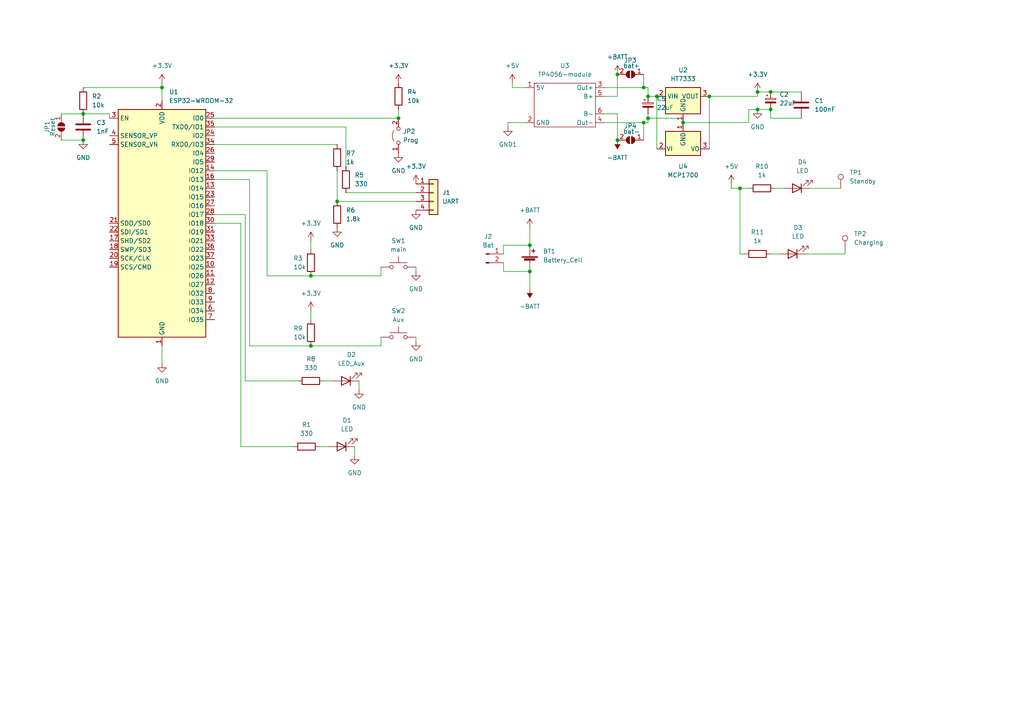
<source format=kicad_sch>
(kicad_sch (version 20211123) (generator eeschema)
  (paper "A4")
  (lib_symbols
    (symbol "Connector:Conn_01x02_Male" (pin_names (offset 1.016) hide)
      (property "Reference" "J" (at 0 2.54 0))
      (property "Value" "Conn_01x02_Male" (at 0 -5.08 0))
      (symbol "Conn_01x02_Male_1_1"
        (polyline (pts (xy 1.27 -2.54) (xy 0.8636 -2.54)) (stroke (width 0.1524)))
        (polyline (pts (xy 1.27 0) (xy 0.8636 0)) (stroke (width 0.1524)))
        (rectangle (start 0.8636 -2.413) (end 0 -2.667) (stroke (width 0.1524)) (fill (type outline)))
        (rectangle (start 0.8636 0.127) (end 0 -0.127) (stroke (width 0.1524)) (fill (type outline)))
        (pin passive line (at 5.08 0 180) (length 3.81) (name "Pin_1") (number "1"))
        (pin passive line (at 5.08 -2.54 180) (length 3.81) (name "Pin_2") (number "2"))
      )
    )
    (symbol "Connector:TestPoint" (pin_numbers hide) (pin_names (offset 0.762) hide)
      (property "Reference" "TP" (at 0 6.858 0))
      (property "Value" "TestPoint" (at 0 5.08 0))
      (symbol "TestPoint_0_1"
        (circle (center 0 3.302) (radius 0.762))
      )
      (symbol "TestPoint_1_1"
        (pin passive line (at 0 0 90) (length 2.54) (name "1") (number "1"))
      )
    )
    (symbol "Connector_Generic:Conn_01x04" (pin_names (offset 1.016) hide)
      (property "Reference" "J" (at 0 5.08 0))
      (property "Value" "Conn_01x04" (at 0 -7.62 0))
      (symbol "Conn_01x04_1_1"
        (rectangle (start -1.27 -4.953) (end 0 -5.207) (stroke (width 0.1524)))
        (rectangle (start -1.27 -2.413) (end 0 -2.667) (stroke (width 0.1524)))
        (rectangle (start -1.27 0.127) (end 0 -0.127) (stroke (width 0.1524)))
        (rectangle (start -1.27 2.667) (end 0 2.413) (stroke (width 0.1524)))
        (rectangle (start -1.27 3.81) (end 1.27 -6.35) (stroke (width 0.254)) (fill (type background)))
        (pin passive line (at -5.08 2.54 0) (length 3.81) (name "Pin_1") (number "1"))
        (pin passive line (at -5.08 0 0) (length 3.81) (name "Pin_2") (number "2"))
        (pin passive line (at -5.08 -2.54 0) (length 3.81) (name "Pin_3") (number "3"))
        (pin passive line (at -5.08 -5.08 0) (length 3.81) (name "Pin_4") (number "4"))
      )
    )
    (symbol "Device:Battery_Cell" (pin_numbers hide) (pin_names (offset 0) hide)
      (property "Reference" "BT" (at 2.54 2.54 0))
      (property "Value" "Battery_Cell" (at 2.54 0 0))
      (symbol "Battery_Cell_0_1"
        (rectangle (start -2.286 1.778) (end 2.286 1.524) (fill (type outline)))
        (rectangle (start -1.5748 1.1938) (end 1.4732 0.6858) (fill (type outline)))
        (polyline (pts (xy 0 0.762) (xy 0 0)))
        (polyline (pts (xy 0 1.778) (xy 0 2.54)))
        (polyline (pts (xy 0.508 3.429) (xy 1.524 3.429)) (stroke (width 0.254)))
        (polyline (pts (xy 1.016 3.937) (xy 1.016 2.921)) (stroke (width 0.254)))
      )
      (symbol "Battery_Cell_1_1"
        (pin passive line (at 0 5.08 270) (length 2.54) (name "+") (number "1"))
        (pin passive line (at 0 -2.54 90) (length 2.54) (name "-") (number "2"))
      )
    )
    (symbol "Device:C" (pin_numbers hide) (pin_names (offset 0.254))
      (property "Reference" "C" (at 0.635 2.54 0))
      (property "Value" "C" (at 0.635 -2.54 0))
      (symbol "C_0_1"
        (polyline (pts (xy -2.032 -0.762) (xy 2.032 -0.762)) (stroke (width 0.508)))
        (polyline (pts (xy -2.032 0.762) (xy 2.032 0.762)) (stroke (width 0.508)))
      )
      (symbol "C_1_1"
        (pin passive line (at 0 3.81 270) (length 2.794) (name "~") (number "1"))
        (pin passive line (at 0 -3.81 90) (length 2.794) (name "~") (number "2"))
      )
    )
    (symbol "Device:C_Polarized_Small" (pin_numbers hide) (pin_names (offset 0.254) hide)
      (property "Reference" "C" (at 0.254 1.778 0))
      (property "Value" "C_Polarized_Small" (at 0.254 -2.032 0))
      (symbol "C_Polarized_Small_0_1"
        (rectangle (start -1.524 -0.3048) (end 1.524 -0.6858) (fill (type outline)))
        (rectangle (start -1.524 0.6858) (end 1.524 0.3048))
        (polyline (pts (xy -1.27 1.524) (xy -0.762 1.524)))
        (polyline (pts (xy -1.016 1.27) (xy -1.016 1.778)))
      )
      (symbol "C_Polarized_Small_1_1"
        (pin passive line (at 0 2.54 270) (length 1.8542) (name "~") (number "1"))
        (pin passive line (at 0 -2.54 90) (length 1.8542) (name "~") (number "2"))
      )
    )
    (symbol "Device:LED" (pin_numbers hide) (pin_names (offset 1.016) hide)
      (property "Reference" "D" (at 0 2.54 0))
      (property "Value" "LED" (at 0 -2.54 0))
      (symbol "LED_0_1"
        (polyline (pts (xy -1.27 -1.27) (xy -1.27 1.27)) (stroke (width 0.254)))
        (polyline (pts (xy -1.27 0) (xy 1.27 0)))
        (polyline (pts (xy 1.27 -1.27) (xy 1.27 1.27) (xy -1.27 0) (xy 1.27 -1.27)) (stroke (width 0.254)))
        (polyline (pts (xy -3.048 -0.762) (xy -4.572 -2.286) (xy -3.81 -2.286) (xy -4.572 -2.286) (xy -4.572 -1.524)))
        (polyline (pts (xy -1.778 -0.762) (xy -3.302 -2.286) (xy -2.54 -2.286) (xy -3.302 -2.286) (xy -3.302 -1.524)))
      )
      (symbol "LED_1_1"
        (pin passive line (at -3.81 0 0) (length 2.54) (name "K") (number "1"))
        (pin passive line (at 3.81 0 180) (length 2.54) (name "A") (number "2"))
      )
    )
    (symbol "Device:R" (pin_numbers hide) (pin_names (offset 0))
      (property "Reference" "R" (at 2.032 0 90))
      (property "Value" "R" (at 0 0 90))
      (symbol "R_0_1"
        (rectangle (start -1.016 -2.54) (end 1.016 2.54) (stroke (width 0.254)))
      )
      (symbol "R_1_1"
        (pin passive line (at 0 3.81 270) (length 1.27) (name "~") (number "1"))
        (pin passive line (at 0 -3.81 90) (length 1.27) (name "~") (number "2"))
      )
    )
    (symbol "Jumper:Jumper_2_Open" (pin_names (offset 0) hide)
      (property "Reference" "JP" (at 0 2.794 0))
      (property "Value" "Jumper_2_Open" (at 0 -2.286 0))
      (symbol "Jumper_2_Open_0_0"
        (circle (center -2.032 0) (radius 0.508))
        (circle (center 2.032 0) (radius 0.508))
      )
      (symbol "Jumper_2_Open_0_1"
        (arc (start 1.524 1.27) (mid 0 1.778) (end -1.524 1.27))
      )
      (symbol "Jumper_2_Open_1_1"
        (pin passive line (at -5.08 0 0) (length 2.54) (name "A") (number "1"))
        (pin passive line (at 5.08 0 180) (length 2.54) (name "B") (number "2"))
      )
    )
    (symbol "Jumper:SolderJumper_2_Open" (pin_names (offset 0) hide)
      (property "Reference" "JP" (at 0 2.032 0))
      (property "Value" "SolderJumper_2_Open" (at 0 -2.54 0))
      (symbol "SolderJumper_2_Open_0_1"
        (arc (start -0.254 1.016) (mid -1.27 0) (end -0.254 -1.016))
        (arc (start -0.254 1.016) (mid -1.27 0) (end -0.254 -1.016) (fill (type outline)))
        (polyline (pts (xy -0.254 1.016) (xy -0.254 -1.016)))
        (polyline (pts (xy 0.254 1.016) (xy 0.254 -1.016)))
        (arc (start 0.254 -1.016) (mid 1.27 0) (end 0.254 1.016))
        (arc (start 0.254 -1.016) (mid 1.27 0) (end 0.254 1.016) (fill (type outline)))
      )
      (symbol "SolderJumper_2_Open_1_1"
        (pin passive line (at -3.81 0 0) (length 2.54) (name "A") (number "1"))
        (pin passive line (at 3.81 0 180) (length 2.54) (name "B") (number "2"))
      )
    )
    (symbol "RF_Module:ESP32-WROOM-32"
      (property "Reference" "U" (at -12.7 34.29 0))
      (property "Value" "ESP32-WROOM-32" (at 1.27 34.29 0))
      (symbol "ESP32-WROOM-32_0_1"
        (rectangle (start -12.7 33.02) (end 12.7 -33.02) (stroke (width 0.254)) (fill (type background)))
      )
      (symbol "ESP32-WROOM-32_1_1"
        (pin power_in line (at 0 -35.56 90) (length 2.54) (name "GND") (number "1"))
        (pin bidirectional line (at 15.24 -12.7 180) (length 2.54) (name "IO25") (number "10"))
        (pin bidirectional line (at 15.24 -15.24 180) (length 2.54) (name "IO26") (number "11"))
        (pin bidirectional line (at 15.24 -17.78 180) (length 2.54) (name "IO27") (number "12"))
        (pin bidirectional line (at 15.24 10.16 180) (length 2.54) (name "IO14") (number "13"))
        (pin bidirectional line (at 15.24 15.24 180) (length 2.54) (name "IO12") (number "14"))
        (pin passive line (at 0 -35.56 90) (length 2.54) hide (name "GND") (number "15"))
        (pin bidirectional line (at 15.24 12.7 180) (length 2.54) (name "IO13") (number "16"))
        (pin bidirectional line (at -15.24 -5.08 0) (length 2.54) (name "SHD/SD2") (number "17"))
        (pin bidirectional line (at -15.24 -7.62 0) (length 2.54) (name "SWP/SD3") (number "18"))
        (pin bidirectional line (at -15.24 -12.7 0) (length 2.54) (name "SCS/CMD") (number "19"))
        (pin power_in line (at 0 35.56 270) (length 2.54) (name "VDD") (number "2"))
        (pin bidirectional line (at -15.24 -10.16 0) (length 2.54) (name "SCK/CLK") (number "20"))
        (pin bidirectional line (at -15.24 0 0) (length 2.54) (name "SDO/SD0") (number "21"))
        (pin bidirectional line (at -15.24 -2.54 0) (length 2.54) (name "SDI/SD1") (number "22"))
        (pin bidirectional line (at 15.24 7.62 180) (length 2.54) (name "IO15") (number "23"))
        (pin bidirectional line (at 15.24 25.4 180) (length 2.54) (name "IO2") (number "24"))
        (pin bidirectional line (at 15.24 30.48 180) (length 2.54) (name "IO0") (number "25"))
        (pin bidirectional line (at 15.24 20.32 180) (length 2.54) (name "IO4") (number "26"))
        (pin bidirectional line (at 15.24 5.08 180) (length 2.54) (name "IO16") (number "27"))
        (pin bidirectional line (at 15.24 2.54 180) (length 2.54) (name "IO17") (number "28"))
        (pin bidirectional line (at 15.24 17.78 180) (length 2.54) (name "IO5") (number "29"))
        (pin input line (at -15.24 30.48 0) (length 2.54) (name "EN") (number "3"))
        (pin bidirectional line (at 15.24 0 180) (length 2.54) (name "IO18") (number "30"))
        (pin bidirectional line (at 15.24 -2.54 180) (length 2.54) (name "IO19") (number "31"))
        (pin no_connect line (at -12.7 -27.94 0) (length 2.54) hide (name "NC") (number "32"))
        (pin bidirectional line (at 15.24 -5.08 180) (length 2.54) (name "IO21") (number "33"))
        (pin bidirectional line (at 15.24 22.86 180) (length 2.54) (name "RXD0/IO3") (number "34"))
        (pin bidirectional line (at 15.24 27.94 180) (length 2.54) (name "TXD0/IO1") (number "35"))
        (pin bidirectional line (at 15.24 -7.62 180) (length 2.54) (name "IO22") (number "36"))
        (pin bidirectional line (at 15.24 -10.16 180) (length 2.54) (name "IO23") (number "37"))
        (pin passive line (at 0 -35.56 90) (length 2.54) hide (name "GND") (number "38"))
        (pin passive line (at 0 -35.56 90) (length 2.54) hide (name "GND") (number "39"))
        (pin input line (at -15.24 25.4 0) (length 2.54) (name "SENSOR_VP") (number "4"))
        (pin input line (at -15.24 22.86 0) (length 2.54) (name "SENSOR_VN") (number "5"))
        (pin input line (at 15.24 -25.4 180) (length 2.54) (name "IO34") (number "6"))
        (pin input line (at 15.24 -27.94 180) (length 2.54) (name "IO35") (number "7"))
        (pin bidirectional line (at 15.24 -20.32 180) (length 2.54) (name "IO32") (number "8"))
        (pin bidirectional line (at 15.24 -22.86 180) (length 2.54) (name "IO33") (number "9"))
      )
    )
    (symbol "Regulator_Linear:HT75xx-1-SOT89"
      (property "Reference" "U" (at -5.08 -3.81 0))
      (property "Value" "HT75xx-1-SOT89" (at 0 6.35 0))
      (symbol "HT75xx-1-SOT89_0_1"
        (rectangle (start -5.08 5.08) (end 5.08 -2.54) (stroke (width 0.254)) (fill (type background)))
      )
      (symbol "HT75xx-1-SOT89_1_1"
        (pin power_in line (at 0 -5.08 90) (length 2.54) (name "GND") (number "1"))
        (pin power_in line (at -7.62 2.54 0) (length 2.54) (name "VIN") (number "2"))
        (pin power_out line (at 7.62 2.54 180) (length 2.54) (name "VOUT") (number "3"))
      )
    )
    (symbol "Regulator_Linear:MCP1700-3302E_TO92" (pin_names (offset 0.254))
      (property "Reference" "U" (at -3.81 -3.175 0))
      (property "Value" "MCP1700-3302E_TO92" (at 0 -3.175 0))
      (symbol "MCP1700-3302E_TO92_0_1"
        (rectangle (start -5.08 5.08) (end 5.08 -1.905) (stroke (width 0.254)) (fill (type background)))
      )
      (symbol "MCP1700-3302E_TO92_1_1"
        (pin power_in line (at 0 7.62 270) (length 2.54) (name "GND") (number "1"))
        (pin power_in line (at -7.62 0 0) (length 2.54) (name "VI") (number "2"))
        (pin power_out line (at 7.62 0 180) (length 2.54) (name "VO") (number "3"))
      )
    )
    (symbol "Switch:SW_Push" (pin_numbers hide) (pin_names (offset 1.016) hide)
      (property "Reference" "SW" (at 1.27 2.54 0))
      (property "Value" "SW_Push" (at 0 -1.524 0))
      (symbol "SW_Push_0_1"
        (circle (center -2.032 0) (radius 0.508))
        (polyline (pts (xy 0 1.27) (xy 0 3.048)))
        (polyline (pts (xy 2.54 1.27) (xy -2.54 1.27)))
        (circle (center 2.032 0) (radius 0.508))
        (pin passive line (at -5.08 0 0) (length 2.54) (name "1") (number "1"))
        (pin passive line (at 5.08 0 180) (length 2.54) (name "2") (number "2"))
      )
    )
    (symbol "TP4056:TP4056-module"
      (property "Reference" "U" (at -0.0092 -1.5135 0))
      (property "Value" "TP4056-module" (at 0 0 0))
      (symbol "TP4056-module_0_1"
        (rectangle (start -8.89 -2.54) (end 8.89 -15.24))
      )
      (symbol "TP4056-module_1_1"
        (pin input line (at -11.43 -3.81 0) (length 2.54) (name "5V") (number "1"))
        (pin input line (at -11.43 -13.97 0) (length 2.54) (name "GND") (number "2"))
        (pin output line (at 11.43 -3.81 180) (length 2.54) (name "Out+") (number "3"))
        (pin output line (at 11.43 -13.97 180) (length 2.54) (name "Out-") (number "4"))
        (pin input line (at 11.43 -6.35 180) (length 2.54) (name "B+") (number "5"))
        (pin input line (at 11.43 -11.43 180) (length 2.54) (name "B-") (number "6"))
      )
    )
    (symbol "power:+3.3V" (power) (pin_names (offset 0))
      (property "Value" "+3.3V" (at 0 3.556 0))
      (symbol "+3.3V_0_1"
        (polyline (pts (xy -0.762 1.27) (xy 0 2.54)))
        (polyline (pts (xy 0 0) (xy 0 2.54)))
        (polyline (pts (xy 0 2.54) (xy 0.762 1.27)))
      )
      (symbol "+3.3V_1_1"
        (pin power_in line (at 0 0 90) (length 0) hide (name "+3.3V") (number "1"))
      )
    )
    (symbol "power:+5V" (power) (pin_names (offset 0))
      (property "Value" "+5V" (at 0 3.556 0))
      (symbol "+5V_0_1"
        (polyline (pts (xy -0.762 1.27) (xy 0 2.54)))
        (polyline (pts (xy 0 0) (xy 0 2.54)))
        (polyline (pts (xy 0 2.54) (xy 0.762 1.27)))
      )
      (symbol "+5V_1_1"
        (pin power_in line (at 0 0 90) (length 0) hide (name "+5V") (number "1"))
      )
    )
    (symbol "power:+BATT" (power) (pin_names (offset 0))
      (property "Value" "+BATT" (at 0 3.556 0))
      (symbol "+BATT_0_1"
        (polyline (pts (xy -0.762 1.27) (xy 0 2.54)))
        (polyline (pts (xy 0 0) (xy 0 2.54)))
        (polyline (pts (xy 0 2.54) (xy 0.762 1.27)))
      )
      (symbol "+BATT_1_1"
        (pin power_in line (at 0 0 90) (length 0) hide (name "+BATT") (number "1"))
      )
    )
    (symbol "power:-BATT" (power) (pin_names (offset 0))
      (property "Value" "-BATT" (at 0 3.556 0))
      (symbol "-BATT_0_1"
        (polyline (pts (xy 0 0) (xy 0 2.54)))
        (polyline (pts (xy 0.762 1.27) (xy -0.762 1.27) (xy 0 2.54) (xy 0.762 1.27)) (fill (type outline)))
      )
      (symbol "-BATT_1_1"
        (pin power_in line (at 0 0 90) (length 0) hide (name "-BATT") (number "1"))
      )
    )
    (symbol "power:GND" (power) (pin_names (offset 0))
      (property "Value" "GND" (at 0 -3.81 0))
      (symbol "GND_0_1"
        (polyline (pts (xy 0 0) (xy 0 -1.27) (xy 1.27 -1.27) (xy 0 -2.54) (xy -1.27 -1.27) (xy 0 -1.27)))
      )
      (symbol "GND_1_1"
        (pin power_in line (at 0 0 270) (length 0) hide (name "GND") (number "1"))
      )
    )
    (symbol "power:GND1" (power) (pin_names (offset 0))
      (property "Value" "GND1" (at 0 -3.81 0))
      (symbol "GND1_0_1"
        (polyline (pts (xy 0 0) (xy 0 -1.27) (xy 1.27 -1.27) (xy 0 -2.54) (xy -1.27 -1.27) (xy 0 -1.27)))
      )
      (symbol "GND1_1_1"
        (pin power_in line (at 0 0 270) (length 0) hide (name "GND1") (number "1"))
      )
    )
  )
  (junction (at 219.71 26.67))
  (junction (at 179.07 40.64))
  (junction (at 46.99 25.4))
  (junction (at 186.69 25.4))
  (junction (at 179.07 21.59))
  (junction (at 24.13 33.02))
  (junction (at 198.12 35.56))
  (junction (at 219.71 31.75))
  (junction (at 223.52 26.67))
  (junction (at 223.52 31.75))
  (junction (at 24.13 40.64))
  (junction (at 187.96 27.94))
  (junction (at 190.5 27.94))
  (junction (at 187.96 34.29))
  (junction (at 90.17 80.01))
  (junction (at 214.63 54.61))
  (junction (at 186.69 35.56))
  (junction (at 153.67 78.74))
  (junction (at 97.79 58.42))
  (junction (at 90.17 100.33))
  (junction (at 205.74 27.94))
  (junction (at 153.67 71.12))
  (junction (at 115.57 34.29))
  (wire (pts (xy 146.05 73.66) (xy 146.05 71.12)))
  (wire (pts (xy 179.07 33.02) (xy 179.07 40.64)))
  (wire (pts (xy 62.23 64.77) (xy 69.85 64.77)))
  (wire (pts (xy 148.59 24.13) (xy 148.59 25.4)))
  (wire (pts (xy 219.71 26.67) (xy 223.52 26.67)))
  (wire (pts (xy 90.17 80.01) (xy 110.49 80.01)))
  (wire (pts (xy 223.52 31.75) (xy 223.52 34.29)))
  (wire (pts (xy 214.63 54.61) (xy 217.17 54.61)))
  (wire (pts (xy 24.13 25.4) (xy 46.99 25.4)))
  (wire (pts (xy 175.26 35.56) (xy 186.69 35.56)))
  (wire (pts (xy 24.13 40.64) (xy 24.13 41.91)))
  (wire (pts (xy 219.71 27.94) (xy 219.71 26.67)))
  (wire (pts (xy 97.79 58.42) (xy 120.65 58.42)))
  (wire (pts (xy 69.85 64.77) (xy 69.85 129.54)))
  (wire (pts (xy 224.79 54.61) (xy 227.33 54.61)))
  (wire (pts (xy 212.09 53.34) (xy 212.09 54.61)))
  (wire (pts (xy 146.05 76.2) (xy 146.05 78.74)))
  (wire (pts (xy 153.67 78.74) (xy 153.67 83.82)))
  (wire (pts (xy 234.95 54.61) (xy 243.84 54.61)))
  (wire (pts (xy 187.96 25.4) (xy 187.96 27.94)))
  (wire (pts (xy 90.17 100.33) (xy 110.49 100.33)))
  (wire (pts (xy 77.47 80.01) (xy 77.47 49.53)))
  (wire (pts (xy 62.23 62.23) (xy 71.12 62.23)))
  (wire (pts (xy 92.71 129.54) (xy 95.25 129.54)))
  (wire (pts (xy 147.32 36.83) (xy 147.32 35.56)))
  (wire (pts (xy 148.59 25.4) (xy 152.4 25.4)))
  (wire (pts (xy 24.13 33.02) (xy 31.75 33.02)))
  (wire (pts (xy 31.75 33.02) (xy 31.75 34.29)))
  (wire (pts (xy 100.33 36.83) (xy 100.33 48.26)))
  (wire (pts (xy 62.23 36.83) (xy 100.33 36.83)))
  (wire (pts (xy 217.17 35.56) (xy 217.17 31.75)))
  (wire (pts (xy 97.79 49.53) (xy 97.79 58.42)))
  (wire (pts (xy 223.52 73.66) (xy 226.06 73.66)))
  (wire (pts (xy 62.23 34.29) (xy 115.57 34.29)))
  (wire (pts (xy 46.99 24.13) (xy 46.99 25.4)))
  (wire (pts (xy 120.65 77.47) (xy 120.65 78.74)))
  (wire (pts (xy 232.41 34.29) (xy 223.52 34.29)))
  (wire (pts (xy 217.17 31.75) (xy 219.71 31.75)))
  (wire (pts (xy 46.99 25.4) (xy 46.99 29.21)))
  (wire (pts (xy 179.07 27.94) (xy 179.07 21.59)))
  (wire (pts (xy 46.99 100.33) (xy 46.99 105.41)))
  (wire (pts (xy 104.14 110.49) (xy 104.14 113.03)))
  (wire (pts (xy 187.96 35.56) (xy 187.96 34.29)))
  (wire (pts (xy 72.39 52.07) (xy 62.23 52.07)))
  (wire (pts (xy 90.17 69.85) (xy 90.17 72.39)))
  (wire (pts (xy 90.17 80.01) (xy 77.47 80.01)))
  (wire (pts (xy 147.32 35.56) (xy 152.4 35.56)))
  (wire (pts (xy 120.65 97.79) (xy 120.65 99.06)))
  (wire (pts (xy 175.26 27.94) (xy 179.07 27.94)))
  (wire (pts (xy 198.12 35.56) (xy 217.17 35.56)))
  (wire (pts (xy 62.23 41.91) (xy 97.79 41.91)))
  (wire (pts (xy 102.87 129.54) (xy 102.87 132.08)))
  (wire (pts (xy 186.69 35.56) (xy 186.69 40.64)))
  (wire (pts (xy 223.52 26.67) (xy 232.41 26.67)))
  (wire (pts (xy 175.26 33.02) (xy 179.07 33.02)))
  (wire (pts (xy 146.05 71.12) (xy 153.67 71.12)))
  (wire (pts (xy 187.96 27.94) (xy 190.5 27.94)))
  (wire (pts (xy 100.33 55.88) (xy 120.65 55.88)))
  (wire (pts (xy 175.26 25.4) (xy 186.69 25.4)))
  (wire (pts (xy 198.12 34.29) (xy 198.12 35.56)))
  (wire (pts (xy 110.49 97.79) (xy 110.49 100.33)))
  (wire (pts (xy 205.74 27.94) (xy 205.74 43.18)))
  (wire (pts (xy 212.09 54.61) (xy 214.63 54.61)))
  (wire (pts (xy 186.69 21.59) (xy 186.69 25.4)))
  (wire (pts (xy 69.85 129.54) (xy 85.09 129.54)))
  (wire (pts (xy 186.69 25.4) (xy 187.96 25.4)))
  (wire (pts (xy 187.96 34.29) (xy 198.12 34.29)))
  (wire (pts (xy 186.69 35.56) (xy 187.96 35.56)))
  (wire (pts (xy 233.68 73.66) (xy 245.11 73.66)))
  (wire (pts (xy 146.05 78.74) (xy 153.67 78.74)))
  (wire (pts (xy 17.78 40.64) (xy 24.13 40.64)))
  (wire (pts (xy 110.49 77.47) (xy 110.49 80.01)))
  (wire (pts (xy 245.11 73.66) (xy 245.11 72.39)))
  (wire (pts (xy 93.98 110.49) (xy 96.52 110.49)))
  (wire (pts (xy 153.67 66.04) (xy 153.67 71.12)))
  (wire (pts (xy 115.57 31.75) (xy 115.57 34.29)))
  (wire (pts (xy 190.5 27.94) (xy 190.5 43.18)))
  (wire (pts (xy 72.39 100.33) (xy 90.17 100.33)))
  (wire (pts (xy 205.74 27.94) (xy 219.71 27.94)))
  (wire (pts (xy 71.12 110.49) (xy 71.12 62.23)))
  (wire (pts (xy 72.39 100.33) (xy 72.39 52.07)))
  (wire (pts (xy 214.63 54.61) (xy 214.63 73.66)))
  (wire (pts (xy 187.96 34.29) (xy 187.96 33.02)))
  (wire (pts (xy 214.63 73.66) (xy 215.9 73.66)))
  (wire (pts (xy 219.71 31.75) (xy 223.52 31.75)))
  (wire (pts (xy 62.23 49.53) (xy 77.47 49.53)))
  (wire (pts (xy 90.17 90.17) (xy 90.17 92.71)))
  (wire (pts (xy 71.12 110.49) (xy 86.36 110.49)))
  (wire (pts (xy 17.78 33.02) (xy 24.13 33.02)))
  (symbol (lib_id "power:+3.3V") (at 115.57 24.13 0) (unit 1)
    (property "Reference" "#PWR0123" (effects hide))
    (property "Value" "+3.3V" (at 115.57 19.05 0))
  )
  (symbol (lib_id "Connector_Generic:Conn_01x04") (at 125.73 55.88 0) (unit 1)
    (property "Reference" "J1" (at 128.27 55.8799 0) (effects (justify left)))
    (property "Value" "UART" (at 128.27 58.4199 0) (effects (justify left)))
    (property "Footprint" "Connector_PinHeader_2.54mm:PinHeader_1x04_P2.54mm_Vertical" (effects hide))
  )
  (symbol (lib_id "RF_Module:ESP32-WROOM-32") (at 46.99 64.77 0) (unit 1)
    (property "Reference" "U1" (at 49.0094 26.67 0) (effects (justify left)))
    (property "Value" "ESP32-WROOM-32" (at 49.0094 29.21 0) (effects (justify left)))
    (property "Footprint" "RF_Module:ESP32-WROOM-32" (effects hide))
    (property "Datasheet" "https://www.espressif.com/sites/default/files/documentation/esp32-wroom-32_datasheet_en.pdf" (effects hide))
  )
  (symbol (lib_id "power:-BATT") (at 179.07 40.64 180) (unit 1)
    (property "Reference" "#PWR0117" (effects hide))
    (property "Value" "-BATT" (at 179.07 45.72 0))
  )
  (symbol (lib_id "Regulator_Linear:HT75xx-1-SOT89") (at 198.12 30.48 0) (unit 1)
    (property "Reference" "U2" (at 198.12 20.32 0))
    (property "Value" "HT7333" (at 198.12 22.86 0))
    (property "Footprint" "Package_TO_SOT_SMD:SOT-89-3" (effects hide))
    (property "Datasheet" "https://www.holtek.com/documents/10179/116711/HT75xx-1v250.pdf" (effects hide))
  )
  (symbol (lib_id "Device:C") (at 232.41 30.48 0) (unit 1)
    (property "Reference" "C1" (at 236.22 29.2099 0) (effects (justify left)))
    (property "Value" "100nF" (at 236.22 31.7499 0) (effects (justify left)))
    (property "Footprint" "Capacitor_SMD:C_0805_2012Metric_Pad1.18x1.45mm_HandSolder" (effects hide))
  )
  (symbol (lib_id "Device:C") (at 24.13 36.83 0) (unit 1)
    (property "Reference" "C3" (at 27.94 35.5599 0) (effects (justify left)))
    (property "Value" "1nF" (at 27.94 38.0999 0) (effects (justify left)))
    (property "Footprint" "Capacitor_SMD:C_0805_2012Metric_Pad1.18x1.45mm_HandSolder" (effects hide))
  )
  (symbol (lib_id "power:GND") (at 104.14 113.03 0) (unit 1)
    (property "Reference" "#PWR0107" (effects hide))
    (property "Value" "GND" (at 104.14 118.11 0))
  )
  (symbol (lib_id "Jumper:SolderJumper_2_Open") (at 182.88 40.64 180) (unit 1)
    (property "Reference" "JP4" (at 184.6791 36.5505 0) (effects (justify left)))
    (property "Value" "bat-" (at 185.5734 38.1515 0) (effects (justify left)))
    (property "Footprint" "Jumper:SolderJumper-2_P1.3mm_Open_Pad1.0x1.5mm" (effects hide))
  )
  (symbol (lib_id "Device:R") (at 88.9 129.54 90) (unit 1)
    (property "Reference" "R1" (at 88.9 123.19 90))
    (property "Value" "330" (at 88.9 125.73 90))
    (property "Footprint" "Resistor_SMD:R_1206_3216Metric_Pad1.30x1.75mm_HandSolder" (effects hide))
  )
  (symbol (lib_id "Regulator_Linear:MCP1700-3302E_TO92") (at 198.12 43.18 0) (unit 1)
    (property "Reference" "U4" (at 198.12 48.26 0))
    (property "Value" "MCP1700" (at 198.12 50.8 0))
    (property "Footprint" "Package_TO_SOT_THT:TO-92_Inline" (effects hide))
    (property "Datasheet" "http://ww1.microchip.com/downloads/en/DeviceDoc/20001826D.pdf" (effects hide))
  )
  (symbol (lib_id "Device:R") (at 97.79 45.72 180) (unit 1)
    (property "Reference" "R7" (at 100.33 44.4499 0) (effects (justify right)))
    (property "Value" "1k" (at 100.33 46.9899 0) (effects (justify right)))
    (property "Footprint" "Resistor_SMD:R_1206_3216Metric_Pad1.30x1.75mm_HandSolder" (effects hide))
  )
  (symbol (lib_id "Device:C_Polarized_Small") (at 187.96 30.48 0) (unit 1)
    (property "Reference" "C5" (at 190.5 28.6638 0) (effects (justify left)))
    (property "Value" "22uF" (at 190.5 31.2038 0) (effects (justify left)))
    (property "Footprint" "Capacitor_Tantalum_SMD:CP_EIA-6032-20_AVX-F_Pad2.25x2.35mm_HandSolder" (effects hide))
  )
  (symbol (lib_id "power:+3.3V") (at 46.99 24.13 0) (unit 1)
    (property "Reference" "#PWR0112" (effects hide))
    (property "Value" "+3.3V" (at 46.99 19.05 0))
  )
  (symbol (lib_id "power:+BATT") (at 153.67 66.04 0) (unit 1)
    (property "Reference" "#PWR0119" (effects hide))
    (property "Value" "+BATT" (at 153.67 60.96 0))
  )
  (symbol (lib_id "Device:R") (at 219.71 73.66 90) (unit 1)
    (property "Reference" "R11" (at 219.71 67.31 90))
    (property "Value" "1k" (at 219.71 69.85 90))
    (property "Footprint" "Resistor_SMD:R_1206_3216Metric_Pad1.30x1.75mm_HandSolder" (effects hide))
  )
  (symbol (lib_id "Device:Battery_Cell") (at 153.67 76.2 0) (unit 1)
    (property "Reference" "BT1" (at 157.48 72.8979 0) (effects (justify left)))
    (property "Value" "Battery_Cell" (at 157.48 75.4379 0) (effects (justify left)))
    (property "Footprint" "Battery:BatteryHolder_ComfortableElectronic_CH273-2450_1x2450" (effects hide))
  )
  (symbol (lib_id "Connector:TestPoint") (at 243.84 54.61 0) (unit 1)
    (property "Reference" "TP1" (at 246.38 50.0379 0) (effects (justify left)))
    (property "Value" "Standby" (at 246.38 52.5779 0) (effects (justify left)))
    (property "Footprint" "TestPoint:TestPoint_THTPad_D1.5mm_Drill0.7mm" (effects hide))
  )
  (symbol (lib_id "Device:R") (at 90.17 96.52 180) (unit 1)
    (property "Reference" "R9" (at 85.09 95.25 0) (effects (justify right)))
    (property "Value" "10k" (at 85.09 97.79 0) (effects (justify right)))
    (property "Footprint" "Resistor_SMD:R_1206_3216Metric_Pad1.30x1.75mm_HandSolder" (effects hide))
  )
  (symbol (lib_id "Connector:TestPoint") (at 245.11 72.39 0) (unit 1)
    (property "Reference" "TP2" (at 247.65 67.8179 0) (effects (justify left)))
    (property "Value" "Charging" (at 247.65 70.3579 0) (effects (justify left)))
    (property "Footprint" "TestPoint:TestPoint_THTPad_D1.5mm_Drill0.7mm" (effects hide))
  )
  (symbol (lib_id "power:GND") (at 115.57 44.45 0) (unit 1)
    (property "Reference" "#PWR0121" (effects hide))
    (property "Value" "GND" (at 115.57 49.53 0))
  )
  (symbol (lib_id "power:+3.3V") (at 90.17 90.17 0) (unit 1)
    (property "Reference" "#PWR0105" (effects hide))
    (property "Value" "+3.3V" (at 90.17 85.09 0))
  )
  (symbol (lib_id "Jumper:SolderJumper_2_Open") (at 182.88 21.59 180) (unit 1)
    (property "Reference" "JP3" (at 184.6791 17.5005 0) (effects (justify left)))
    (property "Value" "bat+" (at 185.5734 19.1015 0) (effects (justify left)))
    (property "Footprint" "Jumper:SolderJumper-2_P1.3mm_Open_Pad1.0x1.5mm" (effects hide))
  )
  (symbol (lib_id "Device:R") (at 24.13 29.21 180) (unit 1)
    (property "Reference" "R2" (at 26.67 27.9399 0) (effects (justify right)))
    (property "Value" "10k" (at 26.67 30.4799 0) (effects (justify right)))
    (property "Footprint" "Resistor_SMD:R_1206_3216Metric_Pad1.30x1.75mm_HandSolder" (effects hide))
  )
  (symbol (lib_id "Device:LED") (at 229.87 73.66 180) (unit 1)
    (property "Reference" "D3" (at 231.4575 66.04 0))
    (property "Value" "LED" (at 231.4575 68.58 0))
    (property "Footprint" "LED_THT:LED_D3.0mm" (effects hide))
  )
  (symbol (lib_id "Device:LED") (at 231.14 54.61 180) (unit 1)
    (property "Reference" "D4" (at 232.7275 46.99 0))
    (property "Value" "LED" (at 232.7275 49.53 0))
    (property "Footprint" "LED_THT:LED_D3.0mm" (effects hide))
  )
  (symbol (lib_id "Switch:SW_Push") (at 115.57 77.47 0) (unit 1)
    (property "Reference" "SW1" (at 115.57 69.85 0))
    (property "Value" "main" (at 115.57 72.39 0))
    (property "Footprint" "Button_Switch_THT:SW_PUSH-12mm" (effects hide))
  )
  (symbol (lib_id "power:GND") (at 120.65 78.74 0) (unit 1)
    (property "Reference" "#PWR0102" (effects hide))
    (property "Value" "GND" (at 120.65 83.82 0))
  )
  (symbol (lib_id "power:GND") (at 24.13 40.64 0) (unit 1)
    (property "Reference" "#PWR0111" (effects hide))
    (property "Value" "GND" (at 24.13 45.72 0))
  )
  (symbol (lib_id "power:GND") (at 102.87 132.08 0) (unit 1)
    (property "Reference" "#PWR0106" (effects hide))
    (property "Value" "GND" (at 102.87 137.16 0))
  )
  (symbol (lib_id "power:+5V") (at 212.09 53.34 0) (unit 1)
    (property "Reference" "#PWR0110" (effects hide))
    (property "Value" "+5V" (at 212.09 48.26 0))
  )
  (symbol (lib_id "power:-BATT") (at 153.67 83.82 180) (unit 1)
    (property "Reference" "#PWR0118" (effects hide))
    (property "Value" "-BATT" (at 153.67 88.9 0))
  )
  (symbol (lib_id "power:+3.3V") (at 219.71 26.67 0) (unit 1)
    (property "Reference" "#PWR0108" (effects hide))
    (property "Value" "+3.3V" (at 219.71 21.59 0))
  )
  (symbol (lib_id "Device:R") (at 220.98 54.61 90) (unit 1)
    (property "Reference" "R10" (at 220.98 48.26 90))
    (property "Value" "1k" (at 220.98 50.8 90))
    (property "Footprint" "Resistor_SMD:R_1206_3216Metric_Pad1.30x1.75mm_HandSolder" (effects hide))
  )
  (symbol (lib_id "TP4056:TP4056-module") (at 163.83 21.59 0) (unit 1)
    (property "Reference" "U3" (at 163.83 19.05 0))
    (property "Value" "TP4056-module" (at 163.83 21.59 0))
    (property "Footprint" "TP4056-18650-master:TP4056-18650" (effects hide))
  )
  (symbol (lib_id "Device:LED") (at 99.06 129.54 180) (unit 1)
    (property "Reference" "D1" (at 100.6475 121.92 0))
    (property "Value" "LED" (at 100.6475 124.46 0))
    (property "Footprint" "LED_THT:LED_D3.0mm" (effects hide))
  )
  (symbol (lib_id "Jumper:Jumper_2_Open") (at 115.57 39.37 90) (unit 1)
    (property "Reference" "JP2" (at 116.84 38.0999 90) (effects (justify right)))
    (property "Value" "Prog" (at 116.84 40.6399 90) (effects (justify right)))
    (property "Footprint" "Connector_PinHeader_2.54mm:PinHeader_1x02_P2.54mm_Vertical" (effects hide))
  )
  (symbol (lib_id "Device:LED") (at 100.33 110.49 180) (unit 1)
    (property "Reference" "D2" (at 101.9175 102.87 0))
    (property "Value" "LED_Aux" (at 101.9175 105.41 0))
    (property "Footprint" "LED_THT:LED_D3.0mm" (effects hide))
  )
  (symbol (lib_id "Device:R") (at 97.79 62.23 180) (unit 1)
    (property "Reference" "R6" (at 100.33 60.9599 0) (effects (justify right)))
    (property "Value" "1.8k" (at 100.33 63.4999 0) (effects (justify right)))
    (property "Footprint" "Resistor_SMD:R_1206_3216Metric_Pad1.30x1.75mm_HandSolder" (effects hide))
  )
  (symbol (lib_id "power:+3.3V") (at 90.17 69.85 0) (unit 1)
    (property "Reference" "#PWR0120" (effects hide))
    (property "Value" "+3.3V" (at 90.17 64.77 0))
  )
  (symbol (lib_id "Device:R") (at 115.57 27.94 0) (unit 1)
    (property "Reference" "R4" (at 118.11 26.6699 0) (effects (justify left)))
    (property "Value" "10k" (at 118.11 29.2099 0) (effects (justify left)))
    (property "Footprint" "Resistor_SMD:R_1206_3216Metric_Pad1.30x1.75mm_HandSolder" (effects hide))
  )
  (symbol (lib_id "power:GND") (at 120.65 99.06 0) (unit 1)
    (property "Reference" "#PWR0104" (effects hide))
    (property "Value" "GND" (at 120.65 104.14 0))
  )
  (symbol (lib_id "Device:R") (at 90.17 76.2 180) (unit 1)
    (property "Reference" "R3" (at 85.09 74.93 0) (effects (justify right)))
    (property "Value" "10k" (at 85.09 77.47 0) (effects (justify right)))
    (property "Footprint" "Resistor_SMD:R_1206_3216Metric_Pad1.30x1.75mm_HandSolder" (effects hide))
  )
  (symbol (lib_id "power:GND") (at 219.71 31.75 0) (unit 1)
    (property "Reference" "#PWR0109" (effects hide))
    (property "Value" "GND" (at 219.71 36.83 0))
  )
  (symbol (lib_id "Device:C_Polarized_Small") (at 223.52 29.21 0) (unit 1)
    (property "Reference" "C2" (at 226.06 27.3938 0) (effects (justify left)))
    (property "Value" "22uF" (at 226.06 29.9338 0) (effects (justify left)))
    (property "Footprint" "Capacitor_Tantalum_SMD:CP_EIA-6032-20_AVX-F_Pad2.25x2.35mm_HandSolder" (effects hide))
  )
  (symbol (lib_id "power:GND") (at 97.79 66.04 0) (unit 1)
    (property "Reference" "#PWR0101" (effects hide))
    (property "Value" "GND" (at 97.79 71.12 0))
  )
  (symbol (lib_id "Switch:SW_Push") (at 115.57 97.79 0) (unit 1)
    (property "Reference" "SW2" (at 115.57 90.17 0))
    (property "Value" "Aux" (at 115.57 92.71 0))
    (property "Footprint" "Button_Switch_THT:SW_PUSH_6mm" (effects hide))
  )
  (symbol (lib_id "power:GND") (at 46.99 105.41 0) (unit 1)
    (property "Reference" "#PWR0113" (effects hide))
    (property "Value" "GND" (at 46.99 110.49 0))
  )
  (symbol (lib_id "Device:R") (at 100.33 52.07 180) (unit 1)
    (property "Reference" "R5" (at 102.87 50.7999 0) (effects (justify right)))
    (property "Value" "330" (at 102.87 53.3399 0) (effects (justify right)))
    (property "Footprint" "Resistor_SMD:R_1206_3216Metric_Pad1.30x1.75mm_HandSolder" (effects hide))
  )
  (symbol (lib_id "Connector:Conn_01x02_Male") (at 140.97 73.66 0) (unit 1)
    (property "Reference" "J2" (at 141.605 68.58 0))
    (property "Value" "Bat" (at 141.605 71.12 0))
    (property "Footprint" "Connector_JST:JST_EH_B2B-EH-A_1x02_P2.50mm_Vertical" (effects hide))
  )
  (symbol (lib_id "Device:R") (at 90.17 110.49 90) (unit 1)
    (property "Reference" "R8" (at 90.17 104.14 90))
    (property "Value" "330" (at 90.17 106.68 90))
    (property "Footprint" "Resistor_SMD:R_1206_3216Metric_Pad1.30x1.75mm_HandSolder" (effects hide))
  )
  (symbol (lib_id "power:GND") (at 120.65 60.96 0) (unit 1)
    (property "Reference" "#PWR0103" (effects hide))
    (property "Value" "GND" (at 120.65 66.04 0))
  )
  (symbol (lib_id "power:GND1") (at 147.32 36.83 0) (unit 1)
    (property "Reference" "#PWR0115" (effects hide))
    (property "Value" "GND1" (at 147.32 41.91 0))
  )
  (symbol (lib_id "power:+5V") (at 148.59 24.13 0) (unit 1)
    (property "Reference" "#PWR0116" (effects hide))
    (property "Value" "+5V" (at 148.59 19.05 0))
  )
  (symbol (lib_id "Jumper:SolderJumper_2_Open") (at 17.78 36.83 270) (unit 1)
    (property "Reference" "JP1" (at 13.6905 35.0309 0) (effects (justify left)))
    (property "Value" "Reset" (at 15.2915 34.1366 0) (effects (justify left)))
    (property "Footprint" "Jumper:SolderJumper-2_P1.3mm_Open_Pad1.0x1.5mm" (effects hide))
  )
  (symbol (lib_id "power:+3.3V") (at 120.65 53.34 0) (unit 1)
    (property "Reference" "#PWR0122" (effects hide))
    (property "Value" "+3.3V" (at 120.65 48.26 0))
  )
  (symbol (lib_id "power:+BATT") (at 179.07 21.59 0) (unit 1)
    (property "Reference" "#PWR0114" (effects hide))
    (property "Value" "+BATT" (at 179.07 16.51 0))
  )
)
</source>
